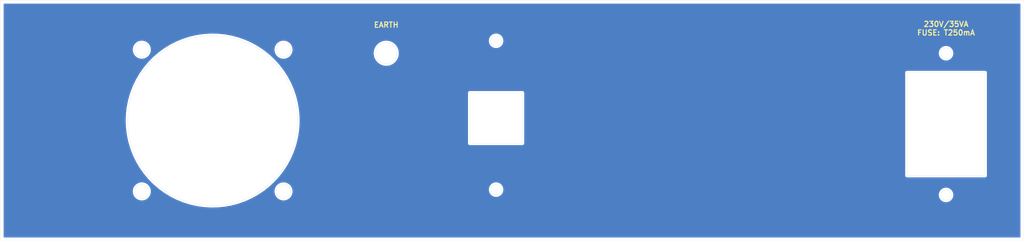
<source format=kicad_pcb>
(kicad_pcb (version 20171130) (host pcbnew 5.1.10-88a1d61d58~88~ubuntu18.04.1)

  (general
    (thickness 1.6)
    (drawings 260)
    (tracks 0)
    (zones 0)
    (modules 0)
    (nets 1)
  )

  (page A4)
  (layers
    (0 F.Cu signal)
    (31 B.Cu signal)
    (32 B.Adhes user hide)
    (33 F.Adhes user hide)
    (34 B.Paste user hide)
    (35 F.Paste user hide)
    (36 B.SilkS user hide)
    (37 F.SilkS user)
    (38 B.Mask user hide)
    (39 F.Mask user hide)
    (40 Dwgs.User user hide)
    (41 Cmts.User user hide)
    (42 Eco1.User user hide)
    (43 Eco2.User user hide)
    (44 Edge.Cuts user)
    (45 Margin user hide)
    (46 B.CrtYd user hide)
    (47 F.CrtYd user hide)
    (48 B.Fab user hide)
    (49 F.Fab user hide)
  )

  (setup
    (last_trace_width 0.25)
    (user_trace_width 0.2)
    (user_trace_width 0.3)
    (user_trace_width 0.4)
    (user_trace_width 0.5)
    (user_trace_width 0.7)
    (user_trace_width 1)
    (user_trace_width 1.2)
    (user_trace_width 1.5)
    (trace_clearance 0.2)
    (zone_clearance 0.508)
    (zone_45_only no)
    (trace_min 0.2)
    (via_size 0.8)
    (via_drill 0.4)
    (via_min_size 0.4)
    (via_min_drill 0.3)
    (user_via 0.6 0.3)
    (user_via 0.9 0.5)
    (user_via 1.5 1)
    (user_via 1.6 1.1)
    (user_via 3 2.2)
    (uvia_size 0.3)
    (uvia_drill 0.1)
    (uvias_allowed no)
    (uvia_min_size 0.2)
    (uvia_min_drill 0.1)
    (edge_width 0.05)
    (segment_width 0.2)
    (pcb_text_width 0.3)
    (pcb_text_size 1.5 1.5)
    (mod_edge_width 0.12)
    (mod_text_size 1 1)
    (mod_text_width 0.15)
    (pad_size 1.524 1.524)
    (pad_drill 0.762)
    (pad_to_mask_clearance 0)
    (aux_axis_origin 0 0)
    (visible_elements FEFFFF7F)
    (pcbplotparams
      (layerselection 0x010fc_ffffffff)
      (usegerberextensions false)
      (usegerberattributes true)
      (usegerberadvancedattributes true)
      (creategerberjobfile true)
      (excludeedgelayer false)
      (linewidth 0.100000)
      (plotframeref false)
      (viasonmask false)
      (mode 1)
      (useauxorigin false)
      (hpglpennumber 1)
      (hpglpenspeed 20)
      (hpglpendiameter 15.000000)
      (psnegative false)
      (psa4output false)
      (plotreference true)
      (plotvalue false)
      (plotinvisibletext false)
      (padsonsilk false)
      (subtractmaskfromsilk false)
      (outputformat 1)
      (mirror false)
      (drillshape 0)
      (scaleselection 1)
      (outputdirectory "plot_back/"))
  )

  (net 0 "")

  (net_class Default "This is the default net class."
    (clearance 0.2)
    (trace_width 0.25)
    (via_dia 0.8)
    (via_drill 0.4)
    (uvia_dia 0.3)
    (uvia_drill 0.1)
  )

  (gr_text "230V/35VA\nFUSE: T250mA" (at 267 8) (layer F.SilkS) (tstamp 608B4190)
    (effects (font (size 1.5 1.5) (thickness 0.3)))
  )
  (gr_text EARTH (at 109 7) (layer F.SilkS)
    (effects (font (size 1.5 1.5) (thickness 0.3)))
  )
  (gr_circle (center 109 15) (end 106 15) (layer Edge.Cuts) (width 0.05))
  (gr_line (start 256 20.5) (end 278 20.5) (layer Edge.Cuts) (width 0.05) (tstamp 608B4064))
  (gr_line (start 256 49.5) (end 256 20.5) (layer Edge.Cuts) (width 0.05) (tstamp 608B4070))
  (gr_line (start 278 49.5) (end 256 49.5) (layer Edge.Cuts) (width 0.05) (tstamp 608B406D))
  (gr_line (start 278 20.5) (end 278 49.5) (layer Edge.Cuts) (width 0.05) (tstamp 608B4061))
  (gr_circle (center 140 53.5) (end 138.5 53.5) (layer Edge.Cuts) (width 0.05))
  (gr_circle (center 140 11.5) (end 138.5 11.5) (layer Edge.Cuts) (width 0.05))
  (gr_line (start 132.6 26.2) (end 147.4 26.2) (layer Edge.Cuts) (width 0.05) (tstamp 608AB015))
  (gr_line (start 132.6 40.4) (end 132.6 26.2) (layer Edge.Cuts) (width 0.05))
  (gr_line (start 147.4 40.4) (end 132.6 40.4) (layer Edge.Cuts) (width 0.05))
  (gr_line (start 147.4 26.2) (end 147.4 40.4) (layer Edge.Cuts) (width 0.05))
  (gr_line (start 141.925 39.9283) (end 141.9246 39.9246) (layer Dwgs.User) (width 0.2))
  (gr_line (start 141.9261 39.9393) (end 141.925 39.9283) (layer Dwgs.User) (width 0.2))
  (gr_line (start 141.9304 39.9534) (end 141.9261 39.9393) (layer Dwgs.User) (width 0.2))
  (gr_line (start 159 7.449238) (end 159.014702 7.450686) (layer Dwgs.User) (width 0.2))
  (gr_line (start 158.996324 7.4496) (end 159 7.449238) (layer Dwgs.User) (width 0.2))
  (gr_line (start 159.02884 57.5942) (end 159.014702 57.5985) (layer Dwgs.User) (width 0.2))
  (gr_line (start 148.9963 7.449601) (end 149 7.449238) (layer Dwgs.User) (width 0.2))
  (gr_line (start 139.0037 7.449601) (end 148.9963 7.449601) (layer Dwgs.User) (width 0.2))
  (gr_line (start 159.053289 57.5779) (end 159.041869 57.5873) (layer Dwgs.User) (width 0.2))
  (gr_line (start 153.06963 11.553439) (end 153.06266 11.56647) (layer Dwgs.User) (width 0.2))
  (gr_line (start 153.07391 11.5393) (end 153.06963 11.553439) (layer Dwgs.User) (width 0.2))
  (gr_line (start 138.9261 57.5393) (end 138.925 57.5283) (layer Dwgs.User) (width 0.2))
  (gr_line (start 138.9304 57.5534) (end 138.9261 57.5393) (layer Dwgs.User) (width 0.2))
  (gr_line (start 142.0037 39.9996) (end 142 40) (layer Dwgs.User) (width 0.2))
  (gr_line (start 155.99632 39.9996) (end 142.0037 39.9996) (layer Dwgs.User) (width 0.2))
  (gr_line (start 156 40) (end 155.99632 39.9996) (layer Dwgs.User) (width 0.2))
  (gr_line (start 148.9304 15.55344) (end 148.9261 15.539299) (layer Dwgs.User) (width 0.2))
  (gr_line (start 148.9373 15.566469) (end 148.9304 15.55344) (layer Dwgs.User) (width 0.2))
  (gr_line (start 148.9467 15.57789) (end 148.9373 15.566469) (layer Dwgs.User) (width 0.2))
  (gr_line (start 148.9581 15.587259) (end 148.9467 15.57789) (layer Dwgs.User) (width 0.2))
  (gr_line (start 148.9712 15.59423) (end 148.9581 15.587259) (layer Dwgs.User) (width 0.2))
  (gr_line (start 148.9853 15.59851) (end 148.9712 15.59423) (layer Dwgs.User) (width 0.2))
  (gr_line (start 149.075 11.5996) (end 149.075 15.52827) (layer Dwgs.User) (width 0.2))
  (gr_line (start 153.00368 11.5996) (end 149.075 11.5996) (layer Dwgs.User) (width 0.2))
  (gr_line (start 153.0147 11.598509) (end 153.00368 11.5996) (layer Dwgs.User) (width 0.2))
  (gr_line (start 149.07391 56.5393) (end 149.06963 56.5534) (layer Dwgs.User) (width 0.2))
  (gr_line (start 149.075 56.5283) (end 149.07391 56.5393) (layer Dwgs.User) (width 0.2))
  (gr_line (start 149.075 53.5996) (end 149.075 56.5283) (layer Dwgs.User) (width 0.2))
  (gr_line (start 152.00368 53.5996) (end 149.075 53.5996) (layer Dwgs.User) (width 0.2))
  (gr_line (start 148.925 11.5996) (end 144.9963 11.5996) (layer Dwgs.User) (width 0.2))
  (gr_line (start 148.925 15.52827) (end 148.925 11.5996) (layer Dwgs.User) (width 0.2))
  (gr_line (start 148.9261 15.539299) (end 148.925 15.52827) (layer Dwgs.User) (width 0.2))
  (gr_line (start 159.069625 7.49576) (end 159.073914 7.509898) (layer Dwgs.User) (width 0.2))
  (gr_line (start 159.06266 7.482731) (end 159.069625 7.49576) (layer Dwgs.User) (width 0.2))
  (gr_line (start 138.9467 7.471311) (end 138.9581 7.46194) (layer Dwgs.User) (width 0.2))
  (gr_line (start 138.9373 7.482731) (end 138.9467 7.471311) (layer Dwgs.User) (width 0.2))
  (gr_line (start 159.041869 57.5873) (end 159.02884 57.5942) (layer Dwgs.User) (width 0.2))
  (gr_line (start 152.06266 53.5665) (end 152.05329 53.5779) (layer Dwgs.User) (width 0.2))
  (gr_line (start 152.06963 53.5534) (end 152.06266 53.5665) (layer Dwgs.User) (width 0.2))
  (gr_line (start 152.07391 53.5393) (end 152.06963 53.5534) (layer Dwgs.User) (width 0.2))
  (gr_line (start 155.925 39.8496) (end 155.925 26.7996) (layer Dwgs.User) (width 0.2))
  (gr_line (start 138.925 7.520925) (end 138.9261 7.509898) (layer Dwgs.User) (width 0.2))
  (gr_line (start 138.9246 7.5246) (end 138.925 7.520925) (layer Dwgs.User) (width 0.2))
  (gr_line (start 152.04187 53.4619) (end 152.05329 53.4713) (layer Dwgs.User) (width 0.2))
  (gr_line (start 152.02884 53.455) (end 152.04187 53.4619) (layer Dwgs.User) (width 0.2))
  (gr_line (start 152.0147 53.4507) (end 152.02884 53.455) (layer Dwgs.User) (width 0.2))
  (gr_line (start 152.00367 53.4496) (end 152.0147 53.4507) (layer Dwgs.User) (width 0.2))
  (gr_line (start 141.9261 26.7099) (end 141.9304 26.6958) (layer Dwgs.User) (width 0.2))
  (gr_line (start 141.925 26.7209) (end 141.9261 26.7099) (layer Dwgs.User) (width 0.2))
  (gr_line (start 141.9246 26.7246) (end 141.925 26.7209) (layer Dwgs.User) (width 0.2))
  (gr_line (start 152.07536 53.5246) (end 152.07391 53.5393) (layer Dwgs.User) (width 0.2))
  (gr_line (start 138.9246 57.5246) (end 138.925 57.5209) (layer Dwgs.User) (width 0.2))
  (gr_line (start 138.925 57.5283) (end 138.9246 57.5246) (layer Dwgs.User) (width 0.2))
  (gr_line (start 149.00368 7.4496) (end 158.996324 7.4496) (layer Dwgs.User) (width 0.2))
  (gr_line (start 149 7.449238) (end 149.00368 7.4496) (layer Dwgs.User) (width 0.2))
  (gr_line (start 138.9712 7.454975) (end 138.9853 7.450686) (layer Dwgs.User) (width 0.2))
  (gr_line (start 138.9581 7.46194) (end 138.9712 7.454975) (layer Dwgs.User) (width 0.2))
  (gr_line (start 139.075 57.4496) (end 158.925 57.4496) (layer Dwgs.User) (width 0.2))
  (gr_line (start 139.075 7.5996) (end 139.075 57.4496) (layer Dwgs.User) (width 0.2))
  (gr_line (start 148.925 7.5996) (end 139.075 7.5996) (layer Dwgs.User) (width 0.2))
  (gr_line (start 156.02884 26.655) (end 156.04187 26.6619) (layer Dwgs.User) (width 0.2))
  (gr_line (start 156.0147 26.6507) (end 156.02884 26.655) (layer Dwgs.User) (width 0.2))
  (gr_line (start 156 26.6492) (end 156.0147 26.6507) (layer Dwgs.User) (width 0.2))
  (gr_line (start 144.9373 11.56647) (end 144.9304 11.553439) (layer Dwgs.User) (width 0.2))
  (gr_line (start 144.9467 11.577889) (end 144.9373 11.56647) (layer Dwgs.User) (width 0.2))
  (gr_line (start 144.9581 11.58726) (end 144.9467 11.577889) (layer Dwgs.User) (width 0.2))
  (gr_line (start 156.075 39.920899) (end 156.07536 39.9246) (layer Dwgs.User) (width 0.2))
  (gr_line (start 156.075 26.7283) (end 156.075 39.920899) (layer Dwgs.User) (width 0.2))
  (gr_line (start 156.07536 26.7246) (end 156.075 26.7283) (layer Dwgs.User) (width 0.2))
  (gr_line (start 138.925 7.528275) (end 138.9246 7.5246) (layer Dwgs.User) (width 0.2))
  (gr_line (start 138.925 57.5209) (end 138.925 7.528275) (layer Dwgs.User) (width 0.2))
  (gr_line (start 159.02884 7.454975) (end 159.041869 7.46194) (layer Dwgs.User) (width 0.2))
  (gr_line (start 159.014702 7.450686) (end 159.02884 7.454975) (layer Dwgs.User) (width 0.2))
  (gr_line (start 141.9467 26.6713) (end 141.9581 26.6619) (layer Dwgs.User) (width 0.2))
  (gr_line (start 141.9373 26.6827) (end 141.9467 26.6713) (layer Dwgs.User) (width 0.2))
  (gr_line (start 141.9304 26.6958) (end 141.9373 26.6827) (layer Dwgs.User) (width 0.2))
  (gr_line (start 156.075 26.7209) (end 156.07536 26.7246) (layer Dwgs.User) (width 0.2))
  (gr_line (start 156.07391 26.7099) (end 156.075 26.7209) (layer Dwgs.User) (width 0.2))
  (gr_line (start 156.06963 26.6958) (end 156.07391 26.7099) (layer Dwgs.User) (width 0.2))
  (gr_line (start 159.053289 7.471311) (end 159.06266 7.482731) (layer Dwgs.User) (width 0.2))
  (gr_line (start 159.041869 7.46194) (end 159.053289 7.471311) (layer Dwgs.User) (width 0.2))
  (gr_line (start 149.06963 15.55344) (end 149.06266 15.566469) (layer Dwgs.User) (width 0.2))
  (gr_line (start 149.07391 15.539299) (end 149.06963 15.55344) (layer Dwgs.User) (width 0.2))
  (gr_line (start 149.075 15.52827) (end 149.07391 15.539299) (layer Dwgs.User) (width 0.2))
  (gr_line (start 153.05329 11.47131) (end 153.06266 11.48273) (layer Dwgs.User) (width 0.2))
  (gr_line (start 153.04187 11.46194) (end 153.05329 11.47131) (layer Dwgs.User) (width 0.2))
  (gr_line (start 141.9853 26.6507) (end 142 26.6492) (layer Dwgs.User) (width 0.2))
  (gr_line (start 141.9712 26.655) (end 141.9853 26.6507) (layer Dwgs.User) (width 0.2))
  (gr_line (start 141.9581 26.6619) (end 141.9712 26.655) (layer Dwgs.User) (width 0.2))
  (gr_line (start 139.0037 57.5996) (end 139 57.6) (layer Dwgs.User) (width 0.2))
  (gr_line (start 158.996324 57.5996) (end 139.0037 57.5996) (layer Dwgs.User) (width 0.2))
  (gr_line (start 138.9373 57.5665) (end 138.9304 57.5534) (layer Dwgs.User) (width 0.2))
  (gr_line (start 138.9467 57.5779) (end 138.9373 57.5665) (layer Dwgs.User) (width 0.2))
  (gr_line (start 144.9712 11.594219) (end 144.9581 11.58726) (layer Dwgs.User) (width 0.2))
  (gr_line (start 144.9853 11.598509) (end 144.9712 11.594219) (layer Dwgs.User) (width 0.2))
  (gr_line (start 144.9963 11.5996) (end 144.9853 11.598509) (layer Dwgs.User) (width 0.2))
  (gr_line (start 149.04187 15.587259) (end 149.02884 15.59423) (layer Dwgs.User) (width 0.2))
  (gr_line (start 149.05329 15.57789) (end 149.04187 15.587259) (layer Dwgs.User) (width 0.2))
  (gr_line (start 149.06266 15.566469) (end 149.05329 15.57789) (layer Dwgs.User) (width 0.2))
  (gr_line (start 156.0147 39.9985) (end 156 40) (layer Dwgs.User) (width 0.2))
  (gr_line (start 156.02884 39.9942) (end 156.0147 39.9985) (layer Dwgs.User) (width 0.2))
  (gr_line (start 156.04187 39.987299) (end 156.02884 39.9942) (layer Dwgs.User) (width 0.2))
  (gr_line (start 156.07391 39.9393) (end 156.06963 39.9534) (layer Dwgs.User) (width 0.2))
  (gr_line (start 156.075 39.9283) (end 156.07391 39.9393) (layer Dwgs.User) (width 0.2))
  (gr_line (start 158.925 57.4496) (end 158.925 7.5996) (layer Dwgs.User) (width 0.2))
  (gr_line (start 156.06266 26.6827) (end 156.06963 26.6958) (layer Dwgs.User) (width 0.2))
  (gr_line (start 156.05329 26.6713) (end 156.06266 26.6827) (layer Dwgs.User) (width 0.2))
  (gr_line (start 156.04187 26.6619) (end 156.05329 26.6713) (layer Dwgs.User) (width 0.2))
  (gr_line (start 152.0147 53.5985) (end 152.00368 53.5996) (layer Dwgs.User) (width 0.2))
  (gr_line (start 152.02884 53.5942) (end 152.0147 53.5985) (layer Dwgs.User) (width 0.2))
  (gr_line (start 152.04187 53.5873) (end 152.02884 53.5942) (layer Dwgs.User) (width 0.2))
  (gr_line (start 152.05329 53.5779) (end 152.04187 53.5873) (layer Dwgs.User) (width 0.2))
  (gr_line (start 138.9581 57.5873) (end 138.9467 57.5779) (layer Dwgs.User) (width 0.2))
  (gr_line (start 138.9712 57.5942) (end 138.9581 57.5873) (layer Dwgs.User) (width 0.2))
  (gr_line (start 152.07391 53.5099) (end 152.07536 53.5246) (layer Dwgs.User) (width 0.2))
  (gr_line (start 152.06963 53.4958) (end 152.07391 53.5099) (layer Dwgs.User) (width 0.2))
  (gr_line (start 152.06266 53.4827) (end 152.06963 53.4958) (layer Dwgs.User) (width 0.2))
  (gr_line (start 152.05329 53.4713) (end 152.06266 53.4827) (layer Dwgs.User) (width 0.2))
  (gr_line (start 144.9712 11.45497) (end 144.9853 11.45069) (layer Dwgs.User) (width 0.2))
  (gr_line (start 144.9581 11.46194) (end 144.9712 11.45497) (layer Dwgs.User) (width 0.2))
  (gr_line (start 144.9467 11.47131) (end 144.9581 11.46194) (layer Dwgs.User) (width 0.2))
  (gr_line (start 142.075 39.8496) (end 155.925 39.8496) (layer Dwgs.User) (width 0.2))
  (gr_line (start 142.075 26.7996) (end 142.075 39.8496) (layer Dwgs.User) (width 0.2))
  (gr_line (start 155.925 26.7996) (end 142.075 26.7996) (layer Dwgs.User) (width 0.2))
  (gr_line (start 156.07536 39.9246) (end 156.075 39.9283) (layer Dwgs.User) (width 0.2))
  (gr_line (start 153.06963 11.49576) (end 153.07391 11.5099) (layer Dwgs.User) (width 0.2))
  (gr_line (start 153.06266 11.48273) (end 153.06963 11.49576) (layer Dwgs.User) (width 0.2))
  (gr_line (start 138.9853 57.5985) (end 138.9712 57.5942) (layer Dwgs.User) (width 0.2))
  (gr_line (start 139 57.6) (end 138.9853 57.5985) (layer Dwgs.User) (width 0.2))
  (gr_line (start 153.07536 11.5246) (end 153.07391 11.5393) (layer Dwgs.User) (width 0.2))
  (gr_line (start 153.07391 11.5099) (end 153.07536 11.5246) (layer Dwgs.User) (width 0.2))
  (gr_line (start 149 15.59996) (end 148.9853 15.59851) (layer Dwgs.User) (width 0.2))
  (gr_line (start 149.0147 15.59851) (end 149 15.59996) (layer Dwgs.User) (width 0.2))
  (gr_line (start 149.02884 15.59423) (end 149.0147 15.59851) (layer Dwgs.User) (width 0.2))
  (gr_line (start 155.99632 26.6496) (end 156 26.6492) (layer Dwgs.User) (width 0.2))
  (gr_line (start 142.0037 26.6496) (end 155.99632 26.6496) (layer Dwgs.User) (width 0.2))
  (gr_line (start 142 26.6492) (end 142.0037 26.6496) (layer Dwgs.User) (width 0.2))
  (gr_line (start 156.05329 39.9779) (end 156.04187 39.987299) (layer Dwgs.User) (width 0.2))
  (gr_line (start 156.06266 39.966499) (end 156.05329 39.9779) (layer Dwgs.User) (width 0.2))
  (gr_line (start 156.06963 39.9534) (end 156.06266 39.966499) (layer Dwgs.User) (width 0.2))
  (gr_line (start 148.925 11.4496) (end 148.925 7.5996) (layer Dwgs.User) (width 0.2))
  (gr_line (start 144.9963 11.4496) (end 148.925 11.4496) (layer Dwgs.User) (width 0.2))
  (gr_line (start 144.9853 11.45069) (end 144.9963 11.4496) (layer Dwgs.User) (width 0.2))
  (gr_line (start 144.9373 11.48273) (end 144.9467 11.47131) (layer Dwgs.User) (width 0.2))
  (gr_line (start 144.9304 11.49576) (end 144.9373 11.48273) (layer Dwgs.User) (width 0.2))
  (gr_line (start 144.9261 11.5099) (end 144.9304 11.49576) (layer Dwgs.User) (width 0.2))
  (gr_line (start 153.05329 11.577889) (end 153.04187 11.58726) (layer Dwgs.User) (width 0.2))
  (gr_line (start 153.06266 11.56647) (end 153.05329 11.577889) (layer Dwgs.User) (width 0.2))
  (gr_line (start 153.02884 11.594219) (end 153.0147 11.598509) (layer Dwgs.User) (width 0.2))
  (gr_line (start 153.04187 11.58726) (end 153.02884 11.594219) (layer Dwgs.User) (width 0.2))
  (gr_line (start 153.02884 11.45498) (end 153.04187 11.46194) (layer Dwgs.User) (width 0.2))
  (gr_line (start 153.0147 11.45069) (end 153.02884 11.45498) (layer Dwgs.User) (width 0.2))
  (gr_line (start 153.00368 11.4496) (end 153.0147 11.45069) (layer Dwgs.User) (width 0.2))
  (gr_line (start 149.075 11.4496) (end 153.00368 11.4496) (layer Dwgs.User) (width 0.2))
  (gr_line (start 149.075 7.5996) (end 149.075 11.4496) (layer Dwgs.User) (width 0.2))
  (gr_line (start 158.925 7.5996) (end 149.075 7.5996) (layer Dwgs.User) (width 0.2))
  (gr_line (start 138.9304 7.49576) (end 138.9373 7.482731) (layer Dwgs.User) (width 0.2))
  (gr_line (start 138.9261 7.509898) (end 138.9304 7.49576) (layer Dwgs.User) (width 0.2))
  (gr_line (start 159.075362 57.5246) (end 159.075 57.5283) (layer Dwgs.User) (width 0.2))
  (gr_line (start 159.075 57.5209) (end 159.075362 57.5246) (layer Dwgs.User) (width 0.2))
  (gr_line (start 159.075 7.528275) (end 159.075 57.5209) (layer Dwgs.User) (width 0.2))
  (gr_line (start 159.075362 7.5246) (end 159.075 7.528275) (layer Dwgs.User) (width 0.2))
  (gr_line (start 159.075 7.520925) (end 159.075362 7.5246) (layer Dwgs.User) (width 0.2))
  (gr_line (start 159.073914 7.509898) (end 159.075 7.520925) (layer Dwgs.User) (width 0.2))
  (gr_line (start 141.925 26.7283) (end 141.9246 26.7246) (layer Dwgs.User) (width 0.2))
  (gr_line (start 141.925 39.920899) (end 141.925 26.7283) (layer Dwgs.User) (width 0.2))
  (gr_line (start 141.9246 39.9246) (end 141.925 39.920899) (layer Dwgs.User) (width 0.2))
  (gr_line (start 141.9373 39.966499) (end 141.9304 39.9534) (layer Dwgs.User) (width 0.2))
  (gr_line (start 141.9467 39.9779) (end 141.9373 39.966499) (layer Dwgs.User) (width 0.2))
  (gr_line (start 141.9581 39.987299) (end 141.9467 39.9779) (layer Dwgs.User) (width 0.2))
  (gr_line (start 139 7.449238) (end 139.0037 7.449601) (layer Dwgs.User) (width 0.2))
  (gr_line (start 138.9853 7.450686) (end 139 7.449238) (layer Dwgs.User) (width 0.2))
  (gr_line (start 144.9246 11.5246) (end 144.9261 11.5099) (layer Dwgs.User) (width 0.2))
  (gr_line (start 144.9261 11.5393) (end 144.9246 11.5246) (layer Dwgs.User) (width 0.2))
  (gr_line (start 144.9304 11.553439) (end 144.9261 11.5393) (layer Dwgs.User) (width 0.2))
  (gr_line (start 159.069625 57.5534) (end 159.06266 57.5665) (layer Dwgs.User) (width 0.2))
  (gr_line (start 159.075 57.5283) (end 159.073914 57.5393) (layer Dwgs.User) (width 0.2))
  (gr_line (start 159.073914 57.5393) (end 159.069625 57.5534) (layer Dwgs.User) (width 0.2))
  (gr_line (start 159.06266 57.5665) (end 159.053289 57.5779) (layer Dwgs.User) (width 0.2))
  (gr_line (start 149.06266 50.4827) (end 149.06963 50.4958) (layer Dwgs.User) (width 0.2))
  (gr_line (start 149.05329 50.4713) (end 149.06266 50.4827) (layer Dwgs.User) (width 0.2))
  (gr_line (start 149.04187 50.4619) (end 149.05329 50.4713) (layer Dwgs.User) (width 0.2))
  (gr_line (start 149.02884 50.455) (end 149.04187 50.4619) (layer Dwgs.User) (width 0.2))
  (gr_line (start 149.0147 50.4507) (end 149.02884 50.455) (layer Dwgs.User) (width 0.2))
  (gr_line (start 149 50.4492) (end 149.0147 50.4507) (layer Dwgs.User) (width 0.2))
  (gr_line (start 148.9853 50.4507) (end 149 50.4492) (layer Dwgs.User) (width 0.2))
  (gr_line (start 148.9712 50.455) (end 148.9853 50.4507) (layer Dwgs.User) (width 0.2))
  (gr_line (start 148.9581 50.4619) (end 148.9712 50.455) (layer Dwgs.User) (width 0.2))
  (gr_line (start 148.9467 50.4713) (end 148.9581 50.4619) (layer Dwgs.User) (width 0.2))
  (gr_line (start 148.9373 50.4827) (end 148.9467 50.4713) (layer Dwgs.User) (width 0.2))
  (gr_line (start 148.9304 50.4958) (end 148.9373 50.4827) (layer Dwgs.User) (width 0.2))
  (gr_line (start 148.9261 50.5099) (end 148.9304 50.4958) (layer Dwgs.User) (width 0.2))
  (gr_line (start 148.925 50.5209) (end 148.9261 50.5099) (layer Dwgs.User) (width 0.2))
  (gr_line (start 148.925 53.4496) (end 148.925 50.5209) (layer Dwgs.User) (width 0.2))
  (gr_line (start 145.9963 53.4496) (end 148.925 53.4496) (layer Dwgs.User) (width 0.2))
  (gr_line (start 145.9853 53.4507) (end 145.9963 53.4496) (layer Dwgs.User) (width 0.2))
  (gr_line (start 145.9712 53.455) (end 145.9853 53.4507) (layer Dwgs.User) (width 0.2))
  (gr_line (start 145.9581 53.4619) (end 145.9712 53.455) (layer Dwgs.User) (width 0.2))
  (gr_line (start 145.9467 53.4713) (end 145.9581 53.4619) (layer Dwgs.User) (width 0.2))
  (gr_line (start 145.9373 53.4827) (end 145.9467 53.4713) (layer Dwgs.User) (width 0.2))
  (gr_line (start 145.9304 53.4958) (end 145.9373 53.4827) (layer Dwgs.User) (width 0.2))
  (gr_line (start 145.9261 53.5099) (end 145.9304 53.4958) (layer Dwgs.User) (width 0.2))
  (gr_line (start 145.9246 53.5246) (end 145.9261 53.5099) (layer Dwgs.User) (width 0.2))
  (gr_line (start 145.9261 53.5393) (end 145.9246 53.5246) (layer Dwgs.User) (width 0.2))
  (gr_line (start 145.9304 53.5534) (end 145.9261 53.5393) (layer Dwgs.User) (width 0.2))
  (gr_line (start 145.9373 53.5665) (end 145.9304 53.5534) (layer Dwgs.User) (width 0.2))
  (gr_line (start 145.9467 53.5779) (end 145.9373 53.5665) (layer Dwgs.User) (width 0.2))
  (gr_line (start 145.9581 53.5873) (end 145.9467 53.5779) (layer Dwgs.User) (width 0.2))
  (gr_line (start 145.9712 53.5942) (end 145.9581 53.5873) (layer Dwgs.User) (width 0.2))
  (gr_line (start 145.9853 53.5985) (end 145.9712 53.5942) (layer Dwgs.User) (width 0.2))
  (gr_line (start 145.9963 53.5996) (end 145.9853 53.5985) (layer Dwgs.User) (width 0.2))
  (gr_line (start 148.925 53.5996) (end 145.9963 53.5996) (layer Dwgs.User) (width 0.2))
  (gr_line (start 148.925 56.5283) (end 148.925 53.5996) (layer Dwgs.User) (width 0.2))
  (gr_line (start 148.9261 56.5393) (end 148.925 56.5283) (layer Dwgs.User) (width 0.2))
  (gr_line (start 148.9304 56.5534) (end 148.9261 56.5393) (layer Dwgs.User) (width 0.2))
  (gr_line (start 148.9373 56.5665) (end 148.9304 56.5534) (layer Dwgs.User) (width 0.2))
  (gr_line (start 148.9467 56.5779) (end 148.9373 56.5665) (layer Dwgs.User) (width 0.2))
  (gr_line (start 148.9581 56.5873) (end 148.9467 56.5779) (layer Dwgs.User) (width 0.2))
  (gr_line (start 148.9712 56.5942) (end 148.9581 56.5873) (layer Dwgs.User) (width 0.2))
  (gr_line (start 148.9853 56.5985) (end 148.9712 56.5942) (layer Dwgs.User) (width 0.2))
  (gr_line (start 149 56.6) (end 148.9853 56.5985) (layer Dwgs.User) (width 0.2))
  (gr_line (start 149.0147 56.5985) (end 149 56.6) (layer Dwgs.User) (width 0.2))
  (gr_line (start 149.02884 56.5942) (end 149.0147 56.5985) (layer Dwgs.User) (width 0.2))
  (gr_line (start 149.04187 56.5873) (end 149.02884 56.5942) (layer Dwgs.User) (width 0.2))
  (gr_line (start 149.05329 56.5779) (end 149.04187 56.5873) (layer Dwgs.User) (width 0.2))
  (gr_line (start 149.06266 56.5665) (end 149.05329 56.5779) (layer Dwgs.User) (width 0.2))
  (gr_line (start 149.06963 56.5534) (end 149.06266 56.5665) (layer Dwgs.User) (width 0.2))
  (gr_line (start 149.075 53.4496) (end 152.00367 53.4496) (layer Dwgs.User) (width 0.2))
  (gr_line (start 149.075 50.5209) (end 149.075 53.4496) (layer Dwgs.User) (width 0.2))
  (gr_line (start 149.07391 50.5099) (end 149.075 50.5209) (layer Dwgs.User) (width 0.2))
  (gr_line (start 149.06963 50.4958) (end 149.07391 50.5099) (layer Dwgs.User) (width 0.2))
  (gr_line (start 159 57.6) (end 158.996324 57.5996) (layer Dwgs.User) (width 0.2))
  (gr_line (start 159.014702 57.5985) (end 159 57.6) (layer Dwgs.User) (width 0.2))
  (gr_line (start 141.9712 39.9942) (end 141.9581 39.987299) (layer Dwgs.User) (width 0.2))
  (gr_line (start 141.9853 39.9985) (end 141.9712 39.9942) (layer Dwgs.User) (width 0.2))
  (gr_line (start 142 40) (end 141.9853 39.9985) (layer Dwgs.User) (width 0.2))
  (gr_circle (center 60 34) (end 36 34) (layer Edge.Cuts) (width 0.05) (tstamp 6042A6FA))
  (gr_circle (center 267 55) (end 265.5 55) (layer Edge.Cuts) (width 0.05) (tstamp 608B406A))
  (gr_circle (center 267 15) (end 265.5 15) (layer Edge.Cuts) (width 0.05) (tstamp 608B4067))
  (gr_circle (center 40 54) (end 38 54) (layer Edge.Cuts) (width 0.05) (tstamp 6042A59A))
  (gr_circle (center 40 14) (end 38 14) (layer Edge.Cuts) (width 0.05) (tstamp 6042A5A6))
  (gr_circle (center 80 54) (end 78 54) (layer Edge.Cuts) (width 0.05) (tstamp 6042A5A3))
  (gr_circle (center 80 14) (end 78 14) (layer Edge.Cuts) (width 0.05) (tstamp 6042A5B5))
  (gr_line (start 0 0) (end 289 0) (layer Edge.Cuts) (width 0.05) (tstamp 6042A2E9))
  (gr_line (start 0 68) (end 0 0) (layer Edge.Cuts) (width 0.05) (tstamp 6042A2B3))
  (gr_line (start 289 68) (end 0 68) (layer Edge.Cuts) (width 0.05) (tstamp 6042A373))
  (gr_line (start 289 0) (end 289 68) (layer Edge.Cuts) (width 0.05) (tstamp 6042A2EF))

  (zone (net 0) (net_name "") (layer B.Cu) (tstamp 60993966) (hatch edge 0.508)
    (connect_pads (clearance 0.508))
    (min_thickness 0.254)
    (fill yes (arc_segments 32) (thermal_gap 0.508) (thermal_bridge_width 0.508))
    (polygon
      (pts
        (xy 288 67) (xy 1 67) (xy 1 1) (xy 288 1)
      )
    )
    (filled_polygon
      (pts
        (xy 287.873 66.873) (xy 1.127 66.873) (xy 1.127 53.737314) (xy 37.332905 53.737314) (xy 37.332905 54.262686)
        (xy 37.4354 54.777963) (xy 37.636451 55.263343) (xy 37.928332 55.700174) (xy 38.299826 56.071668) (xy 38.736657 56.363549)
        (xy 39.222037 56.5646) (xy 39.737314 56.667095) (xy 40.262686 56.667095) (xy 40.777963 56.5646) (xy 41.263343 56.363549)
        (xy 41.700174 56.071668) (xy 42.071668 55.700174) (xy 42.363549 55.263343) (xy 42.5646 54.777963) (xy 42.667095 54.262686)
        (xy 42.667095 53.737314) (xy 42.5646 53.222037) (xy 42.363549 52.736657) (xy 42.071668 52.299826) (xy 41.700174 51.928332)
        (xy 41.263343 51.636451) (xy 40.777963 51.4354) (xy 40.262686 51.332905) (xy 39.737314 51.332905) (xy 39.222037 51.4354)
        (xy 38.736657 51.636451) (xy 38.299826 51.928332) (xy 37.928332 52.299826) (xy 37.636451 52.736657) (xy 37.4354 53.222037)
        (xy 37.332905 53.737314) (xy 1.127 53.737314) (xy 1.127 34) (xy 35.32 34) (xy 35.402121 36.011649)
        (xy 35.647936 38.009911) (xy 36.055811 39.981488) (xy 36.62303 41.913258) (xy 37.345819 43.792368) (xy 38.219367 45.606311)
        (xy 39.237863 47.343015) (xy 40.394527 48.990925) (xy 41.681662 50.539072) (xy 43.090702 51.977154) (xy 44.612272 53.295601)
        (xy 46.236244 54.485639) (xy 47.951811 55.539349) (xy 49.747557 56.449718) (xy 51.611532 57.210687) (xy 53.53133 57.817194)
        (xy 55.494177 58.265201) (xy 57.487009 58.551727) (xy 59.496564 58.674865) (xy 61.50947 58.633796) (xy 63.51233 58.428793)
        (xy 65.491817 58.061221) (xy 67.434756 57.533525) (xy 69.328218 56.849218) (xy 71.159603 56.012852) (xy 72.916722 55.029995)
        (xy 74.587882 53.907187) (xy 74.800895 53.737314) (xy 77.332905 53.737314) (xy 77.332905 54.262686) (xy 77.4354 54.777963)
        (xy 77.636451 55.263343) (xy 77.928332 55.700174) (xy 78.299826 56.071668) (xy 78.736657 56.363549) (xy 79.222037 56.5646)
        (xy 79.737314 56.667095) (xy 80.262686 56.667095) (xy 80.777963 56.5646) (xy 81.263343 56.363549) (xy 81.700174 56.071668)
        (xy 82.071668 55.700174) (xy 82.363549 55.263343) (xy 82.5646 54.777963) (xy 82.667095 54.262686) (xy 82.667095 53.737314)
        (xy 82.577388 53.286323) (xy 137.830497 53.286323) (xy 137.830497 53.713677) (xy 137.91387 54.132821) (xy 138.077412 54.527645)
        (xy 138.314837 54.882977) (xy 138.617023 55.185163) (xy 138.972355 55.422588) (xy 139.367179 55.58613) (xy 139.786323 55.669503)
        (xy 140.213677 55.669503) (xy 140.632821 55.58613) (xy 141.027645 55.422588) (xy 141.382977 55.185163) (xy 141.685163 54.882977)
        (xy 141.749745 54.786323) (xy 264.830497 54.786323) (xy 264.830497 55.213677) (xy 264.91387 55.632821) (xy 265.077412 56.027645)
        (xy 265.314837 56.382977) (xy 265.617023 56.685163) (xy 265.972355 56.922588) (xy 266.367179 57.08613) (xy 266.786323 57.169503)
        (xy 267.213677 57.169503) (xy 267.632821 57.08613) (xy 268.027645 56.922588) (xy 268.382977 56.685163) (xy 268.685163 56.382977)
        (xy 268.922588 56.027645) (xy 269.08613 55.632821) (xy 269.169503 55.213677) (xy 269.169503 54.786323) (xy 269.08613 54.367179)
        (xy 268.922588 53.972355) (xy 268.685163 53.617023) (xy 268.382977 53.314837) (xy 268.027645 53.077412) (xy 267.632821 52.91387)
        (xy 267.213677 52.830497) (xy 266.786323 52.830497) (xy 266.367179 52.91387) (xy 265.972355 53.077412) (xy 265.617023 53.314837)
        (xy 265.314837 53.617023) (xy 265.077412 53.972355) (xy 264.91387 54.367179) (xy 264.830497 54.786323) (xy 141.749745 54.786323)
        (xy 141.922588 54.527645) (xy 142.08613 54.132821) (xy 142.169503 53.713677) (xy 142.169503 53.286323) (xy 142.08613 52.867179)
        (xy 141.922588 52.472355) (xy 141.685163 52.117023) (xy 141.382977 51.814837) (xy 141.027645 51.577412) (xy 140.632821 51.41387)
        (xy 140.213677 51.330497) (xy 139.786323 51.330497) (xy 139.367179 51.41387) (xy 138.972355 51.577412) (xy 138.617023 51.814837)
        (xy 138.314837 52.117023) (xy 138.077412 52.472355) (xy 137.91387 52.867179) (xy 137.830497 53.286323) (xy 82.577388 53.286323)
        (xy 82.5646 53.222037) (xy 82.363549 52.736657) (xy 82.071668 52.299826) (xy 81.700174 51.928332) (xy 81.263343 51.636451)
        (xy 80.777963 51.4354) (xy 80.262686 51.332905) (xy 79.737314 51.332905) (xy 79.222037 51.4354) (xy 78.736657 51.636451)
        (xy 78.299826 51.928332) (xy 77.928332 52.299826) (xy 77.636451 52.736657) (xy 77.4354 53.222037) (xy 77.332905 53.737314)
        (xy 74.800895 53.737314) (xy 76.161963 52.651899) (xy 77.628488 51.272487) (xy 78.977699 49.778129) (xy 80.200616 48.17877)
        (xy 81.289102 46.485053) (xy 82.235912 44.708251) (xy 83.034745 42.860187) (xy 83.680287 40.95316) (xy 84.168239 38.99986)
        (xy 84.495357 37.013288) (xy 84.659461 35.006662) (xy 84.659461 32.993338) (xy 84.495357 30.986712) (xy 84.168239 29.00014)
        (xy 83.680287 27.04684) (xy 83.393626 26.2) (xy 131.936807 26.2) (xy 131.940001 26.232429) (xy 131.94 40.367581)
        (xy 131.936807 40.4) (xy 131.94955 40.529383) (xy 131.98729 40.653793) (xy 132.048575 40.76845) (xy 132.131052 40.868948)
        (xy 132.23155 40.951425) (xy 132.346207 41.01271) (xy 132.470617 41.05045) (xy 132.6 41.063193) (xy 132.632419 41.06)
        (xy 147.367581 41.06) (xy 147.4 41.063193) (xy 147.432419 41.06) (xy 147.529383 41.05045) (xy 147.653793 41.01271)
        (xy 147.76845 40.951425) (xy 147.868948 40.868948) (xy 147.951425 40.76845) (xy 148.01271 40.653793) (xy 148.05045 40.529383)
        (xy 148.063193 40.4) (xy 148.06 40.367581) (xy 148.06 26.232419) (xy 148.063193 26.2) (xy 148.05045 26.070617)
        (xy 148.01271 25.946207) (xy 147.951425 25.83155) (xy 147.868948 25.731052) (xy 147.76845 25.648575) (xy 147.653793 25.58729)
        (xy 147.529383 25.54955) (xy 147.432419 25.54) (xy 147.4 25.536807) (xy 147.367581 25.54) (xy 132.632419 25.54)
        (xy 132.6 25.536807) (xy 132.567581 25.54) (xy 132.470617 25.54955) (xy 132.346207 25.58729) (xy 132.23155 25.648575)
        (xy 132.131052 25.731052) (xy 132.048575 25.83155) (xy 131.98729 25.946207) (xy 131.94955 26.070617) (xy 131.936807 26.2)
        (xy 83.393626 26.2) (xy 83.034745 25.139813) (xy 82.235912 23.291749) (xy 81.289102 21.514947) (xy 80.636836 20.5)
        (xy 255.336807 20.5) (xy 255.340001 20.532429) (xy 255.34 49.467581) (xy 255.336807 49.5) (xy 255.34955 49.629383)
        (xy 255.38729 49.753793) (xy 255.448575 49.86845) (xy 255.531052 49.968948) (xy 255.63155 50.051425) (xy 255.746207 50.11271)
        (xy 255.870617 50.15045) (xy 256 50.163193) (xy 256.032419 50.16) (xy 277.967581 50.16) (xy 278 50.163193)
        (xy 278.032419 50.16) (xy 278.129383 50.15045) (xy 278.253793 50.11271) (xy 278.36845 50.051425) (xy 278.468948 49.968948)
        (xy 278.551425 49.86845) (xy 278.61271 49.753793) (xy 278.65045 49.629383) (xy 278.663193 49.5) (xy 278.66 49.467581)
        (xy 278.66 20.532419) (xy 278.663193 20.5) (xy 278.65045 20.370617) (xy 278.61271 20.246207) (xy 278.551425 20.13155)
        (xy 278.468948 20.031052) (xy 278.36845 19.948575) (xy 278.253793 19.88729) (xy 278.129383 19.84955) (xy 278.032419 19.84)
        (xy 278 19.836807) (xy 277.967581 19.84) (xy 256.032419 19.84) (xy 256 19.836807) (xy 255.967581 19.84)
        (xy 255.870617 19.84955) (xy 255.746207 19.88729) (xy 255.63155 19.948575) (xy 255.531052 20.031052) (xy 255.448575 20.13155)
        (xy 255.38729 20.246207) (xy 255.34955 20.370617) (xy 255.336807 20.5) (xy 80.636836 20.5) (xy 80.200616 19.82123)
        (xy 78.977699 18.221871) (xy 77.628488 16.727513) (xy 76.161963 15.348101) (xy 74.587882 14.092813) (xy 74.058766 13.737314)
        (xy 77.332905 13.737314) (xy 77.332905 14.262686) (xy 77.4354 14.777963) (xy 77.636451 15.263343) (xy 77.928332 15.700174)
        (xy 78.299826 16.071668) (xy 78.736657 16.363549) (xy 79.222037 16.5646) (xy 79.737314 16.667095) (xy 80.262686 16.667095)
        (xy 80.777963 16.5646) (xy 81.263343 16.363549) (xy 81.700174 16.071668) (xy 82.071668 15.700174) (xy 82.363549 15.263343)
        (xy 82.5646 14.777963) (xy 82.592182 14.639297) (xy 105.33772 14.639297) (xy 105.33772 15.360703) (xy 105.47846 16.068248)
        (xy 105.75453 16.73474) (xy 106.155322 17.334567) (xy 106.665433 17.844678) (xy 107.26526 18.24547) (xy 107.931752 18.52154)
        (xy 108.639297 18.66228) (xy 109.360703 18.66228) (xy 110.068248 18.52154) (xy 110.73474 18.24547) (xy 111.334567 17.844678)
        (xy 111.844678 17.334567) (xy 112.24547 16.73474) (xy 112.52154 16.068248) (xy 112.66228 15.360703) (xy 112.66228 14.786323)
        (xy 264.830497 14.786323) (xy 264.830497 15.213677) (xy 264.91387 15.632821) (xy 265.077412 16.027645) (xy 265.314837 16.382977)
        (xy 265.617023 16.685163) (xy 265.972355 16.922588) (xy 266.367179 17.08613) (xy 266.786323 17.169503) (xy 267.213677 17.169503)
        (xy 267.632821 17.08613) (xy 268.027645 16.922588) (xy 268.382977 16.685163) (xy 268.685163 16.382977) (xy 268.922588 16.027645)
        (xy 269.08613 15.632821) (xy 269.169503 15.213677) (xy 269.169503 14.786323) (xy 269.08613 14.367179) (xy 268.922588 13.972355)
        (xy 268.685163 13.617023) (xy 268.382977 13.314837) (xy 268.027645 13.077412) (xy 267.632821 12.91387) (xy 267.213677 12.830497)
        (xy 266.786323 12.830497) (xy 266.367179 12.91387) (xy 265.972355 13.077412) (xy 265.617023 13.314837) (xy 265.314837 13.617023)
        (xy 265.077412 13.972355) (xy 264.91387 14.367179) (xy 264.830497 14.786323) (xy 112.66228 14.786323) (xy 112.66228 14.639297)
        (xy 112.52154 13.931752) (xy 112.24547 13.26526) (xy 111.844678 12.665433) (xy 111.334567 12.155322) (xy 110.73474 11.75453)
        (xy 110.068248 11.47846) (xy 109.360703 11.33772) (xy 108.639297 11.33772) (xy 107.931752 11.47846) (xy 107.26526 11.75453)
        (xy 106.665433 12.155322) (xy 106.155322 12.665433) (xy 105.75453 13.26526) (xy 105.47846 13.931752) (xy 105.33772 14.639297)
        (xy 82.592182 14.639297) (xy 82.667095 14.262686) (xy 82.667095 13.737314) (xy 82.5646 13.222037) (xy 82.363549 12.736657)
        (xy 82.071668 12.299826) (xy 81.700174 11.928332) (xy 81.263343 11.636451) (xy 80.777963 11.4354) (xy 80.262686 11.332905)
        (xy 79.737314 11.332905) (xy 79.222037 11.4354) (xy 78.736657 11.636451) (xy 78.299826 11.928332) (xy 77.928332 12.299826)
        (xy 77.636451 12.736657) (xy 77.4354 13.222037) (xy 77.332905 13.737314) (xy 74.058766 13.737314) (xy 72.916722 12.970005)
        (xy 71.159603 11.987148) (xy 69.625012 11.286323) (xy 137.830497 11.286323) (xy 137.830497 11.713677) (xy 137.91387 12.132821)
        (xy 138.077412 12.527645) (xy 138.314837 12.882977) (xy 138.617023 13.185163) (xy 138.972355 13.422588) (xy 139.367179 13.58613)
        (xy 139.786323 13.669503) (xy 140.213677 13.669503) (xy 140.632821 13.58613) (xy 141.027645 13.422588) (xy 141.382977 13.185163)
        (xy 141.685163 12.882977) (xy 141.922588 12.527645) (xy 142.08613 12.132821) (xy 142.169503 11.713677) (xy 142.169503 11.286323)
        (xy 142.08613 10.867179) (xy 141.922588 10.472355) (xy 141.685163 10.117023) (xy 141.382977 9.814837) (xy 141.027645 9.577412)
        (xy 140.632821 9.41387) (xy 140.213677 9.330497) (xy 139.786323 9.330497) (xy 139.367179 9.41387) (xy 138.972355 9.577412)
        (xy 138.617023 9.814837) (xy 138.314837 10.117023) (xy 138.077412 10.472355) (xy 137.91387 10.867179) (xy 137.830497 11.286323)
        (xy 69.625012 11.286323) (xy 69.328218 11.150782) (xy 67.434756 10.466475) (xy 65.491817 9.938779) (xy 63.51233 9.571207)
        (xy 61.50947 9.366204) (xy 59.496564 9.325135) (xy 57.487009 9.448273) (xy 55.494177 9.734799) (xy 53.53133 10.182806)
        (xy 51.611532 10.789313) (xy 49.747557 11.550282) (xy 47.951811 12.460651) (xy 46.236244 13.514361) (xy 44.612272 14.704399)
        (xy 43.090702 16.022846) (xy 41.681662 17.460928) (xy 40.394527 19.009075) (xy 39.237863 20.656985) (xy 38.219367 22.393689)
        (xy 37.345819 24.207632) (xy 36.62303 26.086742) (xy 36.055811 28.018512) (xy 35.647936 29.990089) (xy 35.402121 31.988351)
        (xy 35.32 34) (xy 1.127 34) (xy 1.127 13.737314) (xy 37.332905 13.737314) (xy 37.332905 14.262686)
        (xy 37.4354 14.777963) (xy 37.636451 15.263343) (xy 37.928332 15.700174) (xy 38.299826 16.071668) (xy 38.736657 16.363549)
        (xy 39.222037 16.5646) (xy 39.737314 16.667095) (xy 40.262686 16.667095) (xy 40.777963 16.5646) (xy 41.263343 16.363549)
        (xy 41.700174 16.071668) (xy 42.071668 15.700174) (xy 42.363549 15.263343) (xy 42.5646 14.777963) (xy 42.667095 14.262686)
        (xy 42.667095 13.737314) (xy 42.5646 13.222037) (xy 42.363549 12.736657) (xy 42.071668 12.299826) (xy 41.700174 11.928332)
        (xy 41.263343 11.636451) (xy 40.777963 11.4354) (xy 40.262686 11.332905) (xy 39.737314 11.332905) (xy 39.222037 11.4354)
        (xy 38.736657 11.636451) (xy 38.299826 11.928332) (xy 37.928332 12.299826) (xy 37.636451 12.736657) (xy 37.4354 13.222037)
        (xy 37.332905 13.737314) (xy 1.127 13.737314) (xy 1.127 1.127) (xy 287.873 1.127)
      )
    )
  )
)

</source>
